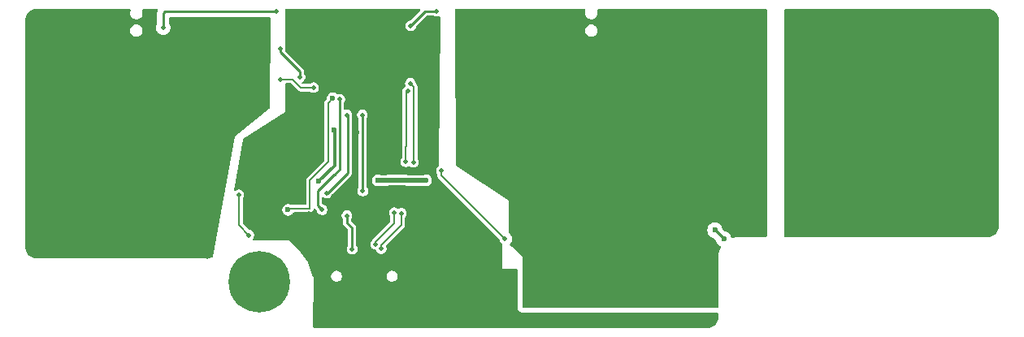
<source format=gbr>
%TF.GenerationSoftware,KiCad,Pcbnew,9.0.1*%
%TF.CreationDate,2025-09-10T22:35:17+10:00*%
%TF.ProjectId,smart_shunt_v0.0.1,736d6172-745f-4736-9875-6e745f76302e,v0.0.4*%
%TF.SameCoordinates,Original*%
%TF.FileFunction,Copper,L2,Bot*%
%TF.FilePolarity,Positive*%
%FSLAX46Y46*%
G04 Gerber Fmt 4.6, Leading zero omitted, Abs format (unit mm)*
G04 Created by KiCad (PCBNEW 9.0.1) date 2025-09-10 22:35:17*
%MOMM*%
%LPD*%
G01*
G04 APERTURE LIST*
%TA.AperFunction,ComponentPad*%
%ADD10C,2.000000*%
%TD*%
%TA.AperFunction,ComponentPad*%
%ADD11O,18.000000X18.500000*%
%TD*%
%TA.AperFunction,ComponentPad*%
%ADD12C,0.800000*%
%TD*%
%TA.AperFunction,ComponentPad*%
%ADD13C,6.400000*%
%TD*%
%TA.AperFunction,ComponentPad*%
%ADD14O,17.000000X17.500000*%
%TD*%
%TA.AperFunction,ViaPad*%
%ADD15C,0.600000*%
%TD*%
%TA.AperFunction,ViaPad*%
%ADD16C,0.500000*%
%TD*%
%TA.AperFunction,ViaPad*%
%ADD17C,1.000000*%
%TD*%
%TA.AperFunction,Conductor*%
%ADD18C,0.500000*%
%TD*%
%TA.AperFunction,Conductor*%
%ADD19C,0.300000*%
%TD*%
%TA.AperFunction,Conductor*%
%ADD20C,0.200000*%
%TD*%
%TA.AperFunction,Conductor*%
%ADD21C,0.250000*%
%TD*%
G04 APERTURE END LIST*
D10*
%TO.P,J1,1,Pin_1*%
%TO.N,SHUNT+*%
X173858810Y-81671308D03*
X172108810Y-86171308D03*
X172108810Y-76921308D03*
X167358810Y-88471308D03*
D11*
X167358810Y-81671308D03*
D10*
X167358810Y-74921308D03*
X162858810Y-76921308D03*
X162358811Y-86171308D03*
X160858810Y-81671308D03*
%TD*%
D12*
%TO.P,J5,1,Pin_1*%
%TO.N,GND*%
X156908811Y-96021309D03*
X156205867Y-97718365D03*
X156205867Y-94324253D03*
X154508811Y-98421309D03*
D13*
X154508811Y-96021309D03*
D12*
X154508811Y-93621309D03*
X152811755Y-97718365D03*
X152811755Y-94324253D03*
X152108811Y-96021309D03*
%TD*%
D10*
%TO.P,J2,1,Pin_1*%
%TO.N,SHUNT-*%
X126358811Y-81671308D03*
X124608811Y-86171308D03*
X124608811Y-76921308D03*
X119858811Y-88471308D03*
D11*
X119858811Y-81671308D03*
D10*
X119858811Y-74921308D03*
X115358811Y-76921308D03*
X114858812Y-86171308D03*
X113358811Y-81671308D03*
%TD*%
D12*
%TO.P,J3,1,Pin_1*%
%TO.N,Net-(J3-Pin_1)*%
X135108810Y-95971308D03*
X134405866Y-97668364D03*
X134405866Y-94274252D03*
X132708810Y-98371308D03*
D13*
X132708810Y-95971308D03*
D12*
X132708810Y-93571308D03*
X131011754Y-97668364D03*
X131011754Y-94274252D03*
X130308810Y-95971308D03*
%TD*%
D10*
%TO.P,J6,1,Pin_1*%
%TO.N,Net-(J6-Pin_1)*%
X194500000Y-79400000D03*
X196250000Y-74900000D03*
X196250000Y-84150000D03*
X201000000Y-72600000D03*
D14*
X201000000Y-79400000D03*
D10*
X201000000Y-86150000D03*
X205500000Y-84150000D03*
X206000000Y-74900000D03*
X207500000Y-79400000D03*
%TD*%
D15*
%TO.N,SHUNT+*%
X150100000Y-85385348D03*
X145073414Y-85385656D03*
D16*
%TO.N,USBD-*%
X144833811Y-92071309D03*
X148000000Y-83471308D03*
X146798926Y-88753375D03*
X148208810Y-76071308D03*
%TO.N,USBD+*%
X148800000Y-83500000D03*
X145418597Y-92527993D03*
X148458811Y-75271309D03*
X147508811Y-88821308D03*
%TO.N,LED*%
X143508810Y-86521309D03*
X143458811Y-78571308D03*
%TO.N,Net-(U1-EN{slash}CHIP_PU)*%
X136958811Y-74621308D03*
X134908811Y-71671307D03*
%TO.N,Net-(U1-GPIO9)*%
X148508809Y-69271309D03*
X151208811Y-67771297D03*
D15*
%TO.N,ALERT*%
X135719458Y-88471308D03*
X140363077Y-76841408D03*
D16*
%TO.N,SCL*%
X139758811Y-86721308D03*
X141858810Y-78571308D03*
%TO.N,SDA*%
X139274664Y-88468636D03*
X141108811Y-76921306D03*
%TO.N,GND*%
X146558811Y-69871308D03*
X131900000Y-90200000D03*
X146508811Y-73821309D03*
X173599000Y-99501579D03*
X142458810Y-71921309D03*
X150600000Y-77500000D03*
X144408811Y-71871308D03*
D15*
X137353023Y-81765519D03*
X143008811Y-99901309D03*
D16*
X134508811Y-67771308D03*
D15*
X146508811Y-96821309D03*
D16*
X133908811Y-87771309D03*
D15*
X143847013Y-92071993D03*
X136058811Y-81671307D03*
X138144631Y-81785487D03*
D16*
X140358811Y-73871308D03*
D15*
X144758811Y-96821309D03*
X142883811Y-80396309D03*
D16*
X142458810Y-73821309D03*
X146608811Y-71971309D03*
X136631651Y-85375036D03*
X137858811Y-89471309D03*
X122708811Y-69471309D03*
X140658811Y-70171308D03*
X151000000Y-68700000D03*
X144464473Y-73821308D03*
X133058811Y-86571309D03*
D15*
X144758811Y-99901309D03*
X143008811Y-98321309D03*
X146488811Y-99901308D03*
D16*
X144408811Y-69771309D03*
X140358811Y-71921309D03*
D15*
X140758811Y-98321309D03*
D16*
X137858811Y-88871309D03*
D15*
X146508811Y-98321309D03*
X144758811Y-98321309D03*
X140758811Y-96821309D03*
X140758811Y-99901309D03*
X139008810Y-81646309D03*
D16*
X142458810Y-69821308D03*
D15*
X143008811Y-96821309D03*
D16*
%TO.N,Net-(D1-A)*%
X141858811Y-89071309D03*
X142408811Y-92571309D03*
D15*
%TO.N,Net-(U5-VFB)*%
X138922782Y-85510280D03*
X140483811Y-80121307D03*
D16*
%TO.N,SHUNT+*%
X155600000Y-75600000D03*
X173600000Y-73600000D03*
X165600000Y-93600000D03*
X173600000Y-68600000D03*
X157600000Y-78600000D03*
X163600000Y-90600000D03*
X174600000Y-71600000D03*
X155600000Y-76600000D03*
X175600000Y-88600000D03*
X164600000Y-91600000D03*
X172600000Y-70600000D03*
X166600000Y-98100000D03*
D17*
X179299999Y-81800002D03*
D16*
X167600000Y-98100000D03*
X163600000Y-71600000D03*
X163600000Y-91600000D03*
X159600000Y-69600000D03*
X165600000Y-95600000D03*
X161600000Y-90600000D03*
D17*
X183300000Y-76300000D03*
D16*
X168600000Y-93600000D03*
X176600000Y-90600000D03*
X173600000Y-93600000D03*
X161600000Y-71600000D03*
X158600000Y-86600000D03*
D17*
X183299999Y-85800001D03*
D16*
X175600000Y-91600000D03*
X155600000Y-73600000D03*
X162600000Y-92600000D03*
X164600000Y-71600000D03*
X168600000Y-91600000D03*
X176600000Y-89600000D03*
D17*
X181299999Y-83800002D03*
D16*
X156600000Y-85600000D03*
X175600000Y-74600000D03*
X155600000Y-69600000D03*
D17*
X183300000Y-72300000D03*
D16*
X158600000Y-75600000D03*
X157600000Y-74600000D03*
X160600000Y-70600000D03*
X175600000Y-90600000D03*
X170600000Y-93600000D03*
X161600000Y-89600000D03*
X167600000Y-92600000D03*
D17*
X179299999Y-76300001D03*
D16*
X169600000Y-70600000D03*
X170600000Y-92600000D03*
X154300000Y-78600000D03*
X158600000Y-70600000D03*
D17*
X181299999Y-70300001D03*
D16*
X159600000Y-73600000D03*
X155600000Y-78600000D03*
X166600000Y-92600000D03*
X154300000Y-77600000D03*
X164600000Y-70600000D03*
X173600000Y-90600000D03*
D17*
X179299999Y-87800001D03*
D16*
X156600000Y-69600000D03*
X167700000Y-71600000D03*
X174600000Y-90600000D03*
X157600000Y-81600000D03*
X172600000Y-73600000D03*
X159600000Y-74600000D03*
X155600000Y-72600000D03*
X156600000Y-82600000D03*
X156600000Y-84600000D03*
X168600000Y-92600000D03*
D17*
X179299999Y-83800001D03*
X181299999Y-87800001D03*
D16*
X165600000Y-70600000D03*
X166600000Y-71600000D03*
X180000000Y-97000000D03*
D17*
X183299999Y-74300001D03*
D16*
X157600000Y-72600000D03*
X168700000Y-71600000D03*
X155600000Y-70600000D03*
X155600000Y-77600000D03*
X160600000Y-90600000D03*
X174600000Y-69600000D03*
X178600000Y-93600000D03*
X174600000Y-70600000D03*
D17*
X183300000Y-70300001D03*
D16*
X156600000Y-76600000D03*
D17*
X181300000Y-74300000D03*
D16*
X157600000Y-70600000D03*
D17*
X181299999Y-76300001D03*
D16*
X155600000Y-79600000D03*
X163600000Y-72600000D03*
X158600000Y-74600000D03*
X160600000Y-69600000D03*
X154300000Y-70600000D03*
X161600000Y-91600000D03*
X165600000Y-91600000D03*
X154300000Y-81600000D03*
X158600000Y-73600000D03*
X166600000Y-93600000D03*
X160600000Y-73600000D03*
X167600000Y-93600000D03*
X160600000Y-91600000D03*
X165600000Y-94600000D03*
X155600000Y-82600000D03*
X162600000Y-71600000D03*
D17*
X179299999Y-72299999D03*
D16*
X175600000Y-89600000D03*
X155600000Y-83600000D03*
X163600000Y-70600000D03*
X178600000Y-91600000D03*
X156600000Y-73600000D03*
D17*
X181299999Y-72300002D03*
D16*
X177600000Y-93600000D03*
X165600000Y-98100000D03*
X175600000Y-72600000D03*
X175600000Y-70600000D03*
X159600000Y-72600000D03*
X154300000Y-80600000D03*
X154300000Y-76600000D03*
X175600000Y-93600000D03*
X171600000Y-98100000D03*
X155600000Y-81600000D03*
X174600000Y-91600000D03*
X157600000Y-73600000D03*
X173600000Y-72600000D03*
X154300000Y-71600000D03*
X177600000Y-90600000D03*
X157600000Y-82600000D03*
D17*
X181299999Y-81800001D03*
D16*
X162600000Y-90600000D03*
X154300000Y-73600000D03*
X156600000Y-70600000D03*
X156600000Y-78600000D03*
X156600000Y-74600000D03*
X175600000Y-92600000D03*
X154300000Y-72600000D03*
X157600000Y-69600000D03*
X160600000Y-92600000D03*
X176600000Y-93600000D03*
X178600000Y-92600000D03*
X159600000Y-70600000D03*
X160600000Y-89600000D03*
X155600000Y-74600000D03*
X173600000Y-69600000D03*
X177600000Y-91600000D03*
X156600000Y-72600000D03*
X172600000Y-69600000D03*
X159600000Y-71600000D03*
X174600000Y-93600000D03*
X171600000Y-71600000D03*
X161600000Y-73600000D03*
X174600000Y-68600000D03*
X176600000Y-87600000D03*
X161600000Y-70600000D03*
X176600000Y-88600000D03*
X172600000Y-93600000D03*
D17*
X179299999Y-74300001D03*
D16*
X176600000Y-91600000D03*
X157600000Y-75600000D03*
X157600000Y-85600000D03*
X165600000Y-96600000D03*
D17*
X179299999Y-85800001D03*
D16*
X157600000Y-77600000D03*
X174600000Y-88600000D03*
X172600000Y-71600000D03*
X157600000Y-84600000D03*
X158600000Y-69600000D03*
X169600000Y-98100000D03*
X169600000Y-93600000D03*
D17*
X183299999Y-83800001D03*
D16*
X171600000Y-72600000D03*
X156600000Y-83600000D03*
X154300000Y-75600000D03*
X155600000Y-84600000D03*
X157600000Y-79600000D03*
X159600000Y-75600000D03*
X158600000Y-76600000D03*
X175600000Y-87600000D03*
X163600000Y-69600000D03*
X167600000Y-91600000D03*
X156600000Y-81600000D03*
X166600000Y-91600000D03*
D17*
X179299999Y-70300002D03*
D16*
X162600000Y-69600000D03*
X169700000Y-71600000D03*
X173600000Y-89600000D03*
X158600000Y-85600000D03*
X168599999Y-98100000D03*
X175600000Y-73600000D03*
X173600000Y-70600000D03*
X171600000Y-90600000D03*
X170700000Y-72600000D03*
X175600000Y-68600000D03*
X154300000Y-82600000D03*
X169600000Y-92600000D03*
X157600000Y-76600000D03*
X174600000Y-89600000D03*
X171600000Y-91600000D03*
X154300000Y-69600000D03*
X172600000Y-92600000D03*
X174600000Y-74600000D03*
X162600000Y-70600000D03*
X156600000Y-79600000D03*
X169600000Y-91600000D03*
X156600000Y-71600000D03*
X176600000Y-92600000D03*
X170700000Y-71600000D03*
X156600000Y-80600000D03*
X172600000Y-68600000D03*
X164600000Y-92600000D03*
X170600000Y-98100000D03*
X173600000Y-91600000D03*
X180000000Y-98100000D03*
X157600000Y-80600000D03*
X161600000Y-69600000D03*
X173600000Y-71600000D03*
X160600000Y-71600000D03*
X165600000Y-71600000D03*
D17*
X181300000Y-85800000D03*
D16*
X173600000Y-92600000D03*
X171600000Y-93600000D03*
X154300000Y-74600000D03*
X162600000Y-72600000D03*
X161600000Y-92600000D03*
X172600000Y-90600000D03*
X174600000Y-92600000D03*
X156600000Y-77600000D03*
X171600000Y-70600000D03*
X158600000Y-71600000D03*
X160600000Y-74600000D03*
X157600000Y-83600000D03*
X162600000Y-91600000D03*
X154300000Y-79600000D03*
D17*
X183300000Y-81800001D03*
D16*
X155600000Y-80600000D03*
X171600000Y-92600000D03*
X175600000Y-69600000D03*
X170600000Y-91600000D03*
X157600000Y-71600000D03*
X165600000Y-92600000D03*
X177600000Y-92600000D03*
X163600000Y-92600000D03*
X158600000Y-72600000D03*
X155600000Y-71600000D03*
X154300000Y-83600000D03*
D17*
X183300000Y-87800000D03*
D16*
X178600000Y-90600000D03*
X160600000Y-72600000D03*
X161600000Y-72600000D03*
X156600000Y-75600000D03*
X175600000Y-71600000D03*
X172600000Y-72600000D03*
X174600000Y-72600000D03*
X172600000Y-91600000D03*
X174600000Y-73600000D03*
%TO.N,Net-(J6-Pin_1)*%
X191500000Y-85600000D03*
X195600000Y-71600000D03*
X193600000Y-71600000D03*
X194600000Y-88600000D03*
X206600000Y-86600000D03*
X208600000Y-71600000D03*
D15*
X181109620Y-91509620D03*
D16*
X191500000Y-78000000D03*
X197600000Y-70600000D03*
X207600000Y-85600000D03*
X193600000Y-69600000D03*
X196600000Y-89600000D03*
X204600000Y-88600000D03*
X193600000Y-68600000D03*
X199600000Y-88600000D03*
X196600000Y-87600000D03*
X206600000Y-87600000D03*
X204600000Y-70600000D03*
X208600000Y-68600000D03*
X193600000Y-70600000D03*
X208600000Y-89600000D03*
X192600000Y-74600000D03*
X207600000Y-89600000D03*
X206600000Y-89600000D03*
X191500000Y-79000000D03*
X203600000Y-89600000D03*
X197600000Y-89600000D03*
X193600000Y-85600000D03*
X191500000Y-82600000D03*
X200600000Y-88600000D03*
X192600000Y-72600000D03*
X191500000Y-80000000D03*
X192600000Y-70600000D03*
X196600000Y-88600000D03*
X206600000Y-70600000D03*
X191500000Y-86600000D03*
X193600000Y-86600000D03*
X194600000Y-89600000D03*
X191600000Y-69600000D03*
X191500000Y-87600000D03*
X194600000Y-71600000D03*
X208600000Y-85600000D03*
X192600000Y-87600000D03*
X202600000Y-88600000D03*
X207600000Y-69600000D03*
X201600000Y-88600000D03*
X208600000Y-73600000D03*
X195600000Y-88600000D03*
X191600000Y-70600000D03*
X191600000Y-68600000D03*
X193600000Y-73600000D03*
X200600000Y-89600000D03*
X192600000Y-75600000D03*
D15*
X188800000Y-90600000D03*
D16*
X192600000Y-69600000D03*
X197600000Y-88600000D03*
X191500000Y-77000000D03*
X191600000Y-72600000D03*
X203600000Y-70600000D03*
X193600000Y-89600000D03*
X191500000Y-76000000D03*
X192600000Y-73600000D03*
X207600000Y-71600000D03*
X207600000Y-87600000D03*
X208600000Y-69600000D03*
X198600000Y-89600000D03*
X192600000Y-84600000D03*
X192600000Y-86600000D03*
X193600000Y-87600000D03*
X205600000Y-87600000D03*
X193600000Y-72600000D03*
X195600000Y-70600000D03*
X192600000Y-68600000D03*
X191600000Y-74600000D03*
X191500000Y-88600000D03*
X192600000Y-83600000D03*
X208600000Y-88600000D03*
X192600000Y-88600000D03*
X191600000Y-71600000D03*
X205600000Y-88600000D03*
X201600000Y-89600000D03*
X206600000Y-88600000D03*
D15*
X180190380Y-90590380D03*
D16*
X208600000Y-87600000D03*
X208600000Y-86600000D03*
X191600000Y-73600000D03*
X192600000Y-85600000D03*
X191500000Y-84600000D03*
X203600000Y-88600000D03*
X207600000Y-86600000D03*
X207600000Y-72600000D03*
X195600000Y-89600000D03*
X208600000Y-84600000D03*
X206600000Y-71600000D03*
X198600000Y-88600000D03*
X195600000Y-87600000D03*
X191500000Y-81000000D03*
X196600000Y-70600000D03*
X194600000Y-86600000D03*
X192600000Y-89600000D03*
X204600000Y-89600000D03*
X207600000Y-70600000D03*
X194600000Y-87600000D03*
X202600000Y-89600000D03*
X208600000Y-72600000D03*
X208600000Y-70600000D03*
X205600000Y-70600000D03*
X207600000Y-68600000D03*
X205600000Y-89600000D03*
X199600000Y-89600000D03*
X192600000Y-71600000D03*
X193600000Y-88600000D03*
X194600000Y-70600000D03*
X207600000Y-88600000D03*
X191500000Y-83600000D03*
%TO.N,LD_DISC*%
X151700000Y-84400000D03*
X158300000Y-91500000D03*
%TO.N,Net-(U1-GPIO3{slash}ADC1_CH3)*%
X138384224Y-75724592D03*
X131650000Y-91100000D03*
X134888537Y-74845274D03*
X130583810Y-86900000D03*
%TD*%
D18*
%TO.N,SHUNT+*%
X146118199Y-85381801D02*
X148090612Y-85381801D01*
X145073414Y-85385656D02*
X146114344Y-85385656D01*
X146114344Y-85385656D02*
X146118199Y-85381801D01*
X150100000Y-85385348D02*
X148094159Y-85385348D01*
D19*
X148094159Y-85385348D02*
X148090612Y-85381801D01*
D20*
%TO.N,LD_DISC*%
X151700000Y-84400000D02*
X151700000Y-84900000D01*
X151700000Y-84900000D02*
X158300000Y-91500000D01*
%TO.N,USBD-*%
X148000000Y-83471308D02*
X148000000Y-81880119D01*
X148000000Y-81880119D02*
X148008810Y-81871309D01*
X148008810Y-81871309D02*
X148008810Y-76271309D01*
X148008810Y-76271309D02*
X148208810Y-76071308D01*
%TO.N,USBD+*%
X148808811Y-82171309D02*
X148808811Y-75621309D01*
X148800000Y-83500000D02*
X148800000Y-82180120D01*
X148800000Y-82180120D02*
X148808811Y-82171309D01*
X148808811Y-75621309D02*
X148458811Y-75271309D01*
%TO.N,USBD-*%
X146783811Y-88768490D02*
X146798926Y-88753375D01*
X146783811Y-89896309D02*
X146783811Y-88768490D01*
X144833811Y-91846309D02*
X146783811Y-89896309D01*
X144833811Y-92071309D02*
X144833811Y-91846309D01*
%TO.N,USBD+*%
X145418597Y-92527993D02*
X145418597Y-92150731D01*
X147508811Y-90060517D02*
X147508811Y-88821308D01*
X145418597Y-92150731D02*
X147508811Y-90060517D01*
D21*
%TO.N,LED*%
X143508811Y-78621309D02*
X143508810Y-86521309D01*
X143458811Y-78571308D02*
X143508811Y-78621309D01*
%TO.N,Net-(U1-EN{slash}CHIP_PU)*%
X136958811Y-74049236D02*
X134908811Y-71999236D01*
X136958811Y-74621308D02*
X136958811Y-74049236D01*
X134908811Y-71999236D02*
X134908811Y-71671307D01*
%TO.N,Net-(U1-GPIO9)*%
X150008820Y-67771296D02*
X148508809Y-69271309D01*
X151208811Y-67771297D02*
X150008820Y-67771296D01*
D20*
%TO.N,ALERT*%
X135870457Y-88320308D02*
X135719458Y-88471308D01*
X139882811Y-77321675D02*
X139882810Y-83420308D01*
X140363077Y-76841408D02*
X139882811Y-77321675D01*
X139882810Y-83420308D02*
X139908811Y-83446309D01*
X138008811Y-85346309D02*
X138008811Y-88320308D01*
X139908811Y-83446309D02*
X138008811Y-85346309D01*
X138008811Y-88320308D02*
X135870457Y-88320308D01*
D21*
%TO.N,SCL*%
X141908811Y-84621309D02*
X139808811Y-86721309D01*
X141908811Y-78621309D02*
X141908811Y-84621309D01*
X141858810Y-78571308D02*
X141908811Y-78621309D01*
X139808811Y-86721309D02*
X139758811Y-86721308D01*
%TO.N,SDA*%
X140558811Y-84771309D02*
X140545637Y-84771308D01*
X138808811Y-88002784D02*
X139274664Y-88468636D01*
X140545637Y-84771308D02*
X138808811Y-86508136D01*
X141108811Y-76921306D02*
X141108811Y-84221309D01*
X138808811Y-86508136D02*
X138808811Y-88002784D01*
X141108811Y-84221309D02*
X140558811Y-84771309D01*
%TO.N,GND*%
X122908811Y-67771309D02*
X122708811Y-67971309D01*
X122708811Y-67971309D02*
X122708811Y-69471309D01*
X134508811Y-67771308D02*
X122908811Y-67771309D01*
%TO.N,Net-(D1-A)*%
X142408811Y-90371307D02*
X141858811Y-89821309D01*
X142408811Y-92571309D02*
X142408811Y-90371307D01*
X141858811Y-89821309D02*
X141858811Y-89071309D01*
D19*
%TO.N,Net-(U5-VFB)*%
X140558810Y-80196306D02*
X140558811Y-83874251D01*
X140558811Y-83874251D02*
X138922782Y-85510280D01*
X140483811Y-80121307D02*
X140558810Y-80196306D01*
%TO.N,Net-(J6-Pin_1)*%
X180190380Y-90590380D02*
X181109620Y-91509620D01*
D20*
%TO.N,Net-(U1-GPIO3{slash}ADC1_CH3)*%
X136196090Y-74845274D02*
X137075408Y-75724592D01*
X130583810Y-86900000D02*
X130583810Y-90033810D01*
X137075408Y-75724592D02*
X138384224Y-75724592D01*
X130583810Y-90033810D02*
X131650000Y-91100000D01*
X134888537Y-74845274D02*
X136196090Y-74845274D01*
%TD*%
%TA.AperFunction,Conductor*%
%TO.N,Net-(J6-Pin_1)*%
G36*
X208605395Y-67522283D02*
G01*
X208788798Y-67538328D01*
X208810082Y-67542081D01*
X208869383Y-67557970D01*
X208982676Y-67588327D01*
X209002977Y-67595716D01*
X209112213Y-67646654D01*
X209164912Y-67671228D01*
X209183631Y-67682035D01*
X209329993Y-67784519D01*
X209346550Y-67798412D01*
X209472897Y-67924761D01*
X209486782Y-67941309D01*
X209588827Y-68087045D01*
X209589267Y-68087674D01*
X209600074Y-68106393D01*
X209675582Y-68268322D01*
X209682975Y-68288633D01*
X209729219Y-68461221D01*
X209732972Y-68482508D01*
X209749016Y-68665910D01*
X209749488Y-68676716D01*
X209749488Y-68747180D01*
X209749490Y-68747205D01*
X209749501Y-90084108D01*
X209749501Y-90144586D01*
X209749029Y-90155394D01*
X209732982Y-90338801D01*
X209729229Y-90360086D01*
X209682985Y-90532672D01*
X209675592Y-90552984D01*
X209600082Y-90714916D01*
X209589275Y-90733634D01*
X209486788Y-90880001D01*
X209472894Y-90896559D01*
X209346559Y-91022894D01*
X209330001Y-91036788D01*
X209183634Y-91139275D01*
X209164916Y-91150082D01*
X209002984Y-91225592D01*
X208982672Y-91232985D01*
X208810086Y-91279229D01*
X208788800Y-91282982D01*
X208605435Y-91299024D01*
X208594580Y-91299496D01*
X187523952Y-91291363D01*
X187456920Y-91271653D01*
X187411186Y-91218831D01*
X187400000Y-91167363D01*
X187400000Y-67646654D01*
X187419685Y-67579615D01*
X187472489Y-67533860D01*
X187523994Y-67522654D01*
X208541283Y-67521811D01*
X208594588Y-67521811D01*
X208605395Y-67522283D01*
G37*
%TD.AperFunction*%
%TD*%
%TA.AperFunction,Conductor*%
%TO.N,SHUNT+*%
G36*
X185551846Y-67542416D02*
G01*
X185597603Y-67595218D01*
X185608811Y-67646734D01*
X185608811Y-91166576D01*
X185589126Y-91233615D01*
X185536322Y-91279370D01*
X185484763Y-91290576D01*
X182768258Y-91289528D01*
X182768258Y-91289527D01*
X182760249Y-91289524D01*
X182760165Y-91289502D01*
X182694273Y-91289500D01*
X182694271Y-91289499D01*
X182621073Y-91289472D01*
X182619987Y-91289542D01*
X182564198Y-91289541D01*
X182564192Y-91289541D01*
X182564191Y-91289541D01*
X182564187Y-91289541D01*
X182305936Y-91320890D01*
X182305930Y-91320891D01*
X182305926Y-91320891D01*
X182305925Y-91320892D01*
X182053320Y-91383146D01*
X182053316Y-91383147D01*
X182053314Y-91383147D01*
X182048342Y-91385033D01*
X181978678Y-91390391D01*
X181917176Y-91357235D01*
X181883363Y-91296093D01*
X181882777Y-91293320D01*
X181879357Y-91276123D01*
X181852867Y-91212169D01*
X181819017Y-91130447D01*
X181819010Y-91130434D01*
X181731409Y-90999331D01*
X181731406Y-90999327D01*
X181619912Y-90887833D01*
X181619908Y-90887830D01*
X181488805Y-90800229D01*
X181488792Y-90800222D01*
X181343121Y-90739884D01*
X181343109Y-90739881D01*
X181276040Y-90726540D01*
X181214129Y-90694155D01*
X181212550Y-90692604D01*
X181007395Y-90487449D01*
X180973910Y-90426126D01*
X180973473Y-90424032D01*
X180960117Y-90356883D01*
X180935979Y-90298610D01*
X180899777Y-90211207D01*
X180899770Y-90211194D01*
X180812169Y-90080091D01*
X180812166Y-90080087D01*
X180700672Y-89968593D01*
X180700668Y-89968590D01*
X180569565Y-89880989D01*
X180569552Y-89880982D01*
X180423881Y-89820644D01*
X180423869Y-89820641D01*
X180269225Y-89789880D01*
X180269222Y-89789880D01*
X180111538Y-89789880D01*
X180111535Y-89789880D01*
X179956890Y-89820641D01*
X179956878Y-89820644D01*
X179811207Y-89880982D01*
X179811194Y-89880989D01*
X179680091Y-89968590D01*
X179680087Y-89968593D01*
X179568593Y-90080087D01*
X179568590Y-90080091D01*
X179480989Y-90211194D01*
X179480982Y-90211207D01*
X179420644Y-90356878D01*
X179420641Y-90356890D01*
X179389880Y-90511533D01*
X179389880Y-90669226D01*
X179420641Y-90823869D01*
X179420644Y-90823881D01*
X179480982Y-90969552D01*
X179480989Y-90969565D01*
X179568590Y-91100668D01*
X179568593Y-91100672D01*
X179680087Y-91212166D01*
X179680091Y-91212169D01*
X179811194Y-91299770D01*
X179811207Y-91299777D01*
X179893065Y-91333683D01*
X179956883Y-91360117D01*
X180023960Y-91373459D01*
X180085870Y-91405843D01*
X180087449Y-91407395D01*
X180292604Y-91612550D01*
X180326089Y-91673873D01*
X180326540Y-91676040D01*
X180339881Y-91743109D01*
X180339884Y-91743121D01*
X180400222Y-91888792D01*
X180400229Y-91888805D01*
X180487830Y-92019908D01*
X180487833Y-92019912D01*
X180599327Y-92131406D01*
X180599331Y-92131409D01*
X180730434Y-92219010D01*
X180730441Y-92219014D01*
X180749519Y-92226916D01*
X180803923Y-92270757D01*
X180825989Y-92337050D01*
X180811864Y-92399104D01*
X180729625Y-92555793D01*
X180674504Y-92701132D01*
X180637368Y-92799050D01*
X180575106Y-93051653D01*
X180543746Y-93309919D01*
X180543746Y-93374313D01*
X180543693Y-93374512D01*
X180543746Y-93439994D01*
X180543746Y-93513460D01*
X180543805Y-93514364D01*
X180547868Y-98547208D01*
X180528238Y-98614263D01*
X180475471Y-98660061D01*
X180423868Y-98671308D01*
X160232811Y-98671308D01*
X160165772Y-98651623D01*
X160120017Y-98598819D01*
X160108811Y-98547308D01*
X160108811Y-93379093D01*
X159044313Y-92337050D01*
X158871102Y-92167493D01*
X158836967Y-92106531D01*
X158841208Y-92036790D01*
X158870162Y-91991204D01*
X158882951Y-91978416D01*
X158965084Y-91855495D01*
X159021658Y-91718913D01*
X159037525Y-91639148D01*
X159050500Y-91573920D01*
X159050500Y-91426079D01*
X159021659Y-91281092D01*
X159021658Y-91281091D01*
X159021658Y-91281087D01*
X159019600Y-91276118D01*
X158965087Y-91144511D01*
X158965080Y-91144498D01*
X158882951Y-91021584D01*
X158882948Y-91021580D01*
X158778419Y-90917051D01*
X158755108Y-90901475D01*
X158710304Y-90847862D01*
X158700000Y-90798373D01*
X158700000Y-87500000D01*
X158699999Y-87499999D01*
X153221071Y-83836610D01*
X153176283Y-83782983D01*
X153165995Y-83734137D01*
X153098213Y-69835378D01*
X166658309Y-69835378D01*
X166683307Y-69961045D01*
X166683309Y-69961051D01*
X166732343Y-70079431D01*
X166732348Y-70079440D01*
X166803533Y-70185975D01*
X166803536Y-70185979D01*
X166894137Y-70276580D01*
X166894141Y-70276583D01*
X167000676Y-70347768D01*
X167000682Y-70347771D01*
X167000683Y-70347772D01*
X167119066Y-70396808D01*
X167119070Y-70396808D01*
X167119071Y-70396809D01*
X167244738Y-70421807D01*
X167244741Y-70421807D01*
X167372881Y-70421807D01*
X167457425Y-70404989D01*
X167498554Y-70396808D01*
X167616937Y-70347772D01*
X167723479Y-70276583D01*
X167814086Y-70185976D01*
X167885275Y-70079434D01*
X167934311Y-69961051D01*
X167959310Y-69835376D01*
X167959310Y-69707238D01*
X167959310Y-69707235D01*
X167934312Y-69581568D01*
X167934311Y-69581567D01*
X167934311Y-69581563D01*
X167885275Y-69463180D01*
X167885274Y-69463179D01*
X167885271Y-69463173D01*
X167814086Y-69356638D01*
X167814083Y-69356634D01*
X167723482Y-69266033D01*
X167723478Y-69266030D01*
X167616943Y-69194845D01*
X167616934Y-69194840D01*
X167498554Y-69145806D01*
X167498548Y-69145804D01*
X167372881Y-69120807D01*
X167372879Y-69120807D01*
X167244741Y-69120807D01*
X167244739Y-69120807D01*
X167119071Y-69145804D01*
X167119065Y-69145806D01*
X167000685Y-69194840D01*
X167000676Y-69194845D01*
X166894141Y-69266030D01*
X166894137Y-69266033D01*
X166803536Y-69356634D01*
X166803533Y-69356638D01*
X166732348Y-69463173D01*
X166732343Y-69463182D01*
X166683309Y-69581562D01*
X166683307Y-69581568D01*
X166658310Y-69707235D01*
X166658310Y-69707238D01*
X166658310Y-69835376D01*
X166658310Y-69835378D01*
X166658309Y-69835378D01*
X153098213Y-69835378D01*
X153087549Y-67648629D01*
X153106906Y-67581500D01*
X153159486Y-67535488D01*
X153211538Y-67524030D01*
X166594267Y-67523493D01*
X166661305Y-67543175D01*
X166707062Y-67595977D01*
X166717009Y-67665135D01*
X166708831Y-67694945D01*
X166683309Y-67756563D01*
X166683308Y-67756566D01*
X166683308Y-67756567D01*
X166683307Y-67756568D01*
X166658310Y-67882235D01*
X166658310Y-67882238D01*
X166658310Y-68010376D01*
X166658310Y-68010378D01*
X166658309Y-68010378D01*
X166683307Y-68136045D01*
X166683309Y-68136051D01*
X166732343Y-68254431D01*
X166732348Y-68254440D01*
X166803533Y-68360975D01*
X166803536Y-68360979D01*
X166894137Y-68451580D01*
X166894141Y-68451583D01*
X167000676Y-68522768D01*
X167000682Y-68522771D01*
X167000683Y-68522772D01*
X167119066Y-68571808D01*
X167119070Y-68571808D01*
X167119071Y-68571809D01*
X167244738Y-68596807D01*
X167244741Y-68596807D01*
X167372881Y-68596807D01*
X167457425Y-68579989D01*
X167498554Y-68571808D01*
X167616937Y-68522772D01*
X167723479Y-68451583D01*
X167814086Y-68360976D01*
X167885275Y-68254434D01*
X167934311Y-68136051D01*
X167959310Y-68010376D01*
X167959310Y-67882238D01*
X167959310Y-67882235D01*
X167934312Y-67756568D01*
X167934311Y-67756567D01*
X167934311Y-67756563D01*
X167908763Y-67694886D01*
X167901295Y-67625420D01*
X167932569Y-67562941D01*
X167992658Y-67527288D01*
X168023317Y-67523436D01*
X185484812Y-67522735D01*
X185551846Y-67542416D01*
G37*
%TD.AperFunction*%
%TD*%
%TA.AperFunction,Conductor*%
%TO.N,SHUNT-*%
G36*
X122056923Y-67532909D02*
G01*
X122083687Y-67537057D01*
X122089950Y-67542605D01*
X122097980Y-67544963D01*
X122115714Y-67565428D01*
X122135988Y-67583387D01*
X122138257Y-67591442D01*
X122143737Y-67597765D01*
X122147592Y-67624568D01*
X122154938Y-67650638D01*
X122153072Y-67662673D01*
X122153684Y-67666923D01*
X122150765Y-67677560D01*
X122149533Y-67685515D01*
X122147788Y-67691222D01*
X122107348Y-67788858D01*
X122088774Y-67882240D01*
X122087562Y-67888328D01*
X122087559Y-67888341D01*
X122083311Y-67909700D01*
X122083311Y-69018957D01*
X122063626Y-69085996D01*
X122062414Y-69087847D01*
X122043724Y-69115817D01*
X121987154Y-69252391D01*
X121987151Y-69252401D01*
X121958311Y-69397388D01*
X121958311Y-69397391D01*
X121958311Y-69545227D01*
X121958311Y-69545229D01*
X121958310Y-69545229D01*
X121987151Y-69690216D01*
X121987154Y-69690226D01*
X122043723Y-69826797D01*
X122043730Y-69826810D01*
X122125859Y-69949724D01*
X122125862Y-69949728D01*
X122230391Y-70054257D01*
X122230395Y-70054260D01*
X122353309Y-70136389D01*
X122353322Y-70136396D01*
X122473025Y-70185978D01*
X122489898Y-70192967D01*
X122489902Y-70192967D01*
X122489903Y-70192968D01*
X122634890Y-70221809D01*
X122634893Y-70221809D01*
X122782731Y-70221809D01*
X122880273Y-70202405D01*
X122927724Y-70192967D01*
X123064306Y-70136393D01*
X123187227Y-70054260D01*
X123291762Y-69949725D01*
X123373895Y-69826804D01*
X123430469Y-69690222D01*
X123459311Y-69545227D01*
X123459311Y-69397391D01*
X123459311Y-69397388D01*
X123430470Y-69252401D01*
X123430469Y-69252400D01*
X123430469Y-69252396D01*
X123430467Y-69252391D01*
X123373897Y-69115817D01*
X123355208Y-69087847D01*
X123334331Y-69021170D01*
X123334311Y-69018957D01*
X123334311Y-68520808D01*
X123353996Y-68453769D01*
X123406800Y-68408014D01*
X123458311Y-68396808D01*
X133795852Y-68396808D01*
X133862891Y-68416493D01*
X133908646Y-68469297D01*
X133919842Y-68522393D01*
X133800745Y-77841636D01*
X133780205Y-77908418D01*
X133754544Y-77936616D01*
X130199999Y-80800000D01*
X127913856Y-93324087D01*
X127882453Y-93386502D01*
X127825773Y-93421096D01*
X127354523Y-93555038D01*
X127290959Y-93556162D01*
X127188123Y-93530826D01*
X127188121Y-93530825D01*
X127188118Y-93530825D01*
X126930004Y-93499497D01*
X126930001Y-93499497D01*
X126800000Y-93499500D01*
X109505413Y-93499500D01*
X109494605Y-93499028D01*
X109311198Y-93482981D01*
X109289913Y-93479228D01*
X109117327Y-93432984D01*
X109097015Y-93425591D01*
X108935081Y-93350080D01*
X108916363Y-93339273D01*
X108770004Y-93236792D01*
X108753446Y-93222898D01*
X108627103Y-93096555D01*
X108613209Y-93079997D01*
X108510725Y-92933633D01*
X108499918Y-92914915D01*
X108424408Y-92752985D01*
X108417015Y-92732674D01*
X108387376Y-92622061D01*
X108370769Y-92560081D01*
X108367017Y-92538799D01*
X108350971Y-92355397D01*
X108350500Y-92344602D01*
X108352870Y-69835380D01*
X119258310Y-69835380D01*
X119283308Y-69961047D01*
X119283310Y-69961053D01*
X119332344Y-70079433D01*
X119332349Y-70079442D01*
X119403534Y-70185977D01*
X119403537Y-70185981D01*
X119494138Y-70276582D01*
X119494142Y-70276585D01*
X119600677Y-70347770D01*
X119600683Y-70347773D01*
X119600684Y-70347774D01*
X119719067Y-70396810D01*
X119719071Y-70396810D01*
X119719072Y-70396811D01*
X119844739Y-70421809D01*
X119844742Y-70421809D01*
X119972882Y-70421809D01*
X120057426Y-70404991D01*
X120098555Y-70396810D01*
X120216938Y-70347774D01*
X120323480Y-70276585D01*
X120414087Y-70185978D01*
X120485276Y-70079436D01*
X120534312Y-69961053D01*
X120559311Y-69835378D01*
X120559311Y-69707240D01*
X120559311Y-69707237D01*
X120534313Y-69581570D01*
X120534312Y-69581569D01*
X120534312Y-69581565D01*
X120485276Y-69463182D01*
X120485275Y-69463181D01*
X120485272Y-69463175D01*
X120414087Y-69356640D01*
X120414084Y-69356636D01*
X120323483Y-69266035D01*
X120323479Y-69266032D01*
X120216944Y-69194847D01*
X120216935Y-69194842D01*
X120098555Y-69145808D01*
X120098549Y-69145806D01*
X119972882Y-69120809D01*
X119972880Y-69120809D01*
X119844742Y-69120809D01*
X119844740Y-69120809D01*
X119719072Y-69145806D01*
X119719066Y-69145808D01*
X119600686Y-69194842D01*
X119600677Y-69194847D01*
X119494142Y-69266032D01*
X119494138Y-69266035D01*
X119403537Y-69356636D01*
X119403534Y-69356640D01*
X119332349Y-69463175D01*
X119332344Y-69463184D01*
X119283310Y-69581564D01*
X119283308Y-69581570D01*
X119258311Y-69707237D01*
X119258311Y-69707240D01*
X119258311Y-69835378D01*
X119258311Y-69835380D01*
X119258310Y-69835380D01*
X108352870Y-69835380D01*
X108352992Y-68679392D01*
X108353464Y-68668607D01*
X108359747Y-68596809D01*
X108369399Y-68486486D01*
X108373152Y-68465203D01*
X108401079Y-68360981D01*
X108419400Y-68292606D01*
X108426786Y-68272312D01*
X108502305Y-68110364D01*
X108513109Y-68091654D01*
X108615594Y-67945290D01*
X108629482Y-67928737D01*
X108755835Y-67802383D01*
X108772387Y-67788496D01*
X108902498Y-67697390D01*
X108918753Y-67686008D01*
X108937457Y-67675208D01*
X109099406Y-67599689D01*
X109119703Y-67592301D01*
X109292303Y-67546052D01*
X109313581Y-67542300D01*
X109496960Y-67526254D01*
X109507735Y-67525783D01*
X109516732Y-67525783D01*
X109568278Y-67525783D01*
X109568282Y-67525781D01*
X119193481Y-67525394D01*
X119260519Y-67545076D01*
X119306276Y-67597878D01*
X119316223Y-67667036D01*
X119308046Y-67696845D01*
X119283310Y-67756565D01*
X119283308Y-67756570D01*
X119258311Y-67882237D01*
X119258311Y-67882240D01*
X119258311Y-68010378D01*
X119258311Y-68010380D01*
X119258310Y-68010380D01*
X119283308Y-68136047D01*
X119283310Y-68136053D01*
X119332344Y-68254433D01*
X119332349Y-68254442D01*
X119403534Y-68360977D01*
X119403537Y-68360981D01*
X119494138Y-68451582D01*
X119494142Y-68451585D01*
X119600677Y-68522770D01*
X119600683Y-68522773D01*
X119600684Y-68522774D01*
X119719067Y-68571810D01*
X119719071Y-68571810D01*
X119719072Y-68571811D01*
X119844739Y-68596809D01*
X119844742Y-68596809D01*
X119972882Y-68596809D01*
X120057426Y-68579991D01*
X120098555Y-68571810D01*
X120216938Y-68522774D01*
X120323480Y-68451585D01*
X120414087Y-68360978D01*
X120485276Y-68254436D01*
X120534312Y-68136053D01*
X120559311Y-68010378D01*
X120559311Y-67882240D01*
X120559311Y-67882237D01*
X120534313Y-67756570D01*
X120534312Y-67756569D01*
X120534312Y-67756565D01*
X120509551Y-67696789D01*
X120502083Y-67627321D01*
X120533358Y-67564841D01*
X120593447Y-67529189D01*
X120624104Y-67525337D01*
X122030941Y-67525281D01*
X122056923Y-67532909D01*
G37*
%TD.AperFunction*%
%TD*%
%TA.AperFunction,Conductor*%
%TO.N,GND*%
G36*
X149473365Y-67543087D02*
G01*
X149509330Y-67592586D01*
X149509333Y-67653771D01*
X149485181Y-67693185D01*
X148484088Y-68694281D01*
X148439708Y-68719904D01*
X148296324Y-68758324D01*
X148296320Y-68758326D01*
X148170798Y-68830796D01*
X148068296Y-68933298D01*
X147995826Y-69058819D01*
X147958309Y-69198834D01*
X147958309Y-69343783D01*
X147995826Y-69483798D01*
X148068296Y-69609319D01*
X148068298Y-69609321D01*
X148068300Y-69609324D01*
X148170794Y-69711818D01*
X148170796Y-69711819D01*
X148170798Y-69711821D01*
X148296320Y-69784291D01*
X148296321Y-69784291D01*
X148296324Y-69784293D01*
X148436334Y-69821809D01*
X148436335Y-69821809D01*
X148581283Y-69821809D01*
X148581284Y-69821809D01*
X148721294Y-69784293D01*
X148721296Y-69784291D01*
X148721298Y-69784291D01*
X148846819Y-69711821D01*
X148846819Y-69711820D01*
X148846824Y-69711818D01*
X148949318Y-69609324D01*
X148987744Y-69542769D01*
X149021791Y-69483798D01*
X149021791Y-69483796D01*
X149021793Y-69483794D01*
X149059309Y-69343784D01*
X149059309Y-69343781D01*
X149060213Y-69340408D01*
X149085834Y-69296029D01*
X150156071Y-68225791D01*
X150210588Y-68198015D01*
X150226075Y-68196796D01*
X150818271Y-68196796D01*
X150867771Y-68210060D01*
X150996322Y-68284279D01*
X150996323Y-68284279D01*
X150996326Y-68284281D01*
X151136336Y-68321797D01*
X151136337Y-68321797D01*
X151281285Y-68321797D01*
X151281286Y-68321797D01*
X151421296Y-68284281D01*
X151436867Y-68275290D01*
X151496715Y-68262569D01*
X151552611Y-68287455D01*
X151583204Y-68340442D01*
X151585361Y-68362193D01*
X151402582Y-83880678D01*
X151382991Y-83938642D01*
X151363859Y-83958052D01*
X151361984Y-83959490D01*
X151259491Y-84061984D01*
X151259487Y-84061989D01*
X151187017Y-84187510D01*
X151187016Y-84187515D01*
X151149500Y-84327525D01*
X151149500Y-84472475D01*
X151174370Y-84565291D01*
X151187017Y-84612489D01*
X151259487Y-84738010D01*
X151259489Y-84738012D01*
X151259491Y-84738015D01*
X151270505Y-84749029D01*
X151298281Y-84803544D01*
X151299500Y-84819031D01*
X151299500Y-84847273D01*
X151299500Y-84952727D01*
X151323570Y-85042559D01*
X151326794Y-85054592D01*
X151379516Y-85145908D01*
X151379518Y-85145910D01*
X151379520Y-85145913D01*
X154566532Y-88332924D01*
X157720504Y-91486896D01*
X157748281Y-91541413D01*
X157749500Y-91556900D01*
X157749500Y-91572475D01*
X157762116Y-91619558D01*
X157787017Y-91712489D01*
X157859487Y-91838010D01*
X157859489Y-91838012D01*
X157859491Y-91838015D01*
X157961985Y-91940509D01*
X157984204Y-91953337D01*
X158025144Y-91998807D01*
X158033698Y-92038103D01*
X158058810Y-94600000D01*
X158058811Y-94600000D01*
X159504311Y-94600000D01*
X159562502Y-94618907D01*
X159598466Y-94668407D01*
X159603311Y-94699000D01*
X159603311Y-98547308D01*
X159614864Y-98654764D01*
X159614865Y-98654772D01*
X159626068Y-98706270D01*
X159660197Y-98808810D01*
X159660197Y-98808811D01*
X159660198Y-98808812D01*
X159737986Y-98929851D01*
X159783741Y-98982655D01*
X159783748Y-98982661D01*
X159783751Y-98982664D01*
X159892473Y-99076874D01*
X159892474Y-99076874D01*
X159892475Y-99076875D01*
X160023352Y-99136646D01*
X160090391Y-99156331D01*
X160090395Y-99156332D01*
X160126618Y-99161540D01*
X160232806Y-99176808D01*
X160232811Y-99176808D01*
X180423869Y-99176808D01*
X180428302Y-99176330D01*
X180438850Y-99175194D01*
X180498732Y-99187759D01*
X180539791Y-99233122D01*
X180548455Y-99273544D01*
X180548746Y-99634551D01*
X180548369Y-99643260D01*
X180532040Y-99829883D01*
X180529043Y-99846878D01*
X180481668Y-100023678D01*
X180475766Y-100039894D01*
X180398405Y-100205790D01*
X180389776Y-100220736D01*
X180284782Y-100370676D01*
X180273689Y-100383895D01*
X180144256Y-100513323D01*
X180131037Y-100524415D01*
X179981100Y-100629398D01*
X179966153Y-100638027D01*
X179800248Y-100715383D01*
X179784033Y-100721284D01*
X179607235Y-100768652D01*
X179590239Y-100771649D01*
X179403597Y-100787971D01*
X179394908Y-100788347D01*
X140331424Y-100763175D01*
X140331423Y-100763175D01*
X140324669Y-100763170D01*
X140324325Y-100763079D01*
X140258973Y-100763127D01*
X140258217Y-100763127D01*
X140258216Y-100763126D01*
X140187674Y-100763083D01*
X140186150Y-100763183D01*
X138415436Y-100764521D01*
X138357231Y-100745658D01*
X138321230Y-100696185D01*
X138316364Y-100664699D01*
X138358811Y-95571309D01*
X138261023Y-95310542D01*
X140193311Y-95310542D01*
X140193311Y-95462074D01*
X140222580Y-95571309D01*
X140232531Y-95608447D01*
X140308292Y-95739668D01*
X140308294Y-95739670D01*
X140308296Y-95739673D01*
X140415446Y-95846823D01*
X140415448Y-95846824D01*
X140415450Y-95846826D01*
X140546672Y-95922587D01*
X140546670Y-95922587D01*
X140546674Y-95922588D01*
X140546676Y-95922589D01*
X140693045Y-95961808D01*
X140693047Y-95961808D01*
X140844575Y-95961808D01*
X140844577Y-95961808D01*
X140990946Y-95922589D01*
X140990948Y-95922587D01*
X140990950Y-95922587D01*
X141122171Y-95846826D01*
X141122171Y-95846825D01*
X141122176Y-95846823D01*
X141229326Y-95739673D01*
X141305092Y-95608443D01*
X141344311Y-95462074D01*
X141344311Y-95310542D01*
X145973311Y-95310542D01*
X145973311Y-95462074D01*
X146002580Y-95571309D01*
X146012531Y-95608447D01*
X146088292Y-95739668D01*
X146088294Y-95739670D01*
X146088296Y-95739673D01*
X146195446Y-95846823D01*
X146195448Y-95846824D01*
X146195450Y-95846826D01*
X146326672Y-95922587D01*
X146326670Y-95922587D01*
X146326674Y-95922588D01*
X146326676Y-95922589D01*
X146473045Y-95961808D01*
X146473047Y-95961808D01*
X146624575Y-95961808D01*
X146624577Y-95961808D01*
X146770946Y-95922589D01*
X146770948Y-95922587D01*
X146770950Y-95922587D01*
X146902171Y-95846826D01*
X146902171Y-95846825D01*
X146902176Y-95846823D01*
X147009326Y-95739673D01*
X147085092Y-95608443D01*
X147124311Y-95462074D01*
X147124311Y-95310542D01*
X147085092Y-95164173D01*
X147085090Y-95164170D01*
X147085090Y-95164168D01*
X147009329Y-95032947D01*
X147009327Y-95032945D01*
X147009326Y-95032943D01*
X146902176Y-94925793D01*
X146902173Y-94925791D01*
X146902171Y-94925789D01*
X146770949Y-94850028D01*
X146770951Y-94850028D01*
X146714158Y-94834811D01*
X146624577Y-94810808D01*
X146473045Y-94810808D01*
X146383463Y-94834811D01*
X146326671Y-94850028D01*
X146195450Y-94925789D01*
X146088292Y-95032947D01*
X146012531Y-95164168D01*
X146012530Y-95164173D01*
X145973311Y-95310542D01*
X141344311Y-95310542D01*
X141305092Y-95164173D01*
X141305090Y-95164170D01*
X141305090Y-95164168D01*
X141229329Y-95032947D01*
X141229327Y-95032945D01*
X141229326Y-95032943D01*
X141122176Y-94925793D01*
X141122173Y-94925791D01*
X141122171Y-94925789D01*
X140990949Y-94850028D01*
X140990951Y-94850028D01*
X140934158Y-94834811D01*
X140844577Y-94810808D01*
X140693045Y-94810808D01*
X140603463Y-94834811D01*
X140546671Y-94850028D01*
X140415450Y-94925789D01*
X140308292Y-95032947D01*
X140232531Y-95164168D01*
X140232530Y-95164173D01*
X140193311Y-95310542D01*
X138261023Y-95310542D01*
X137758811Y-93971309D01*
X136808811Y-92621308D01*
X136693561Y-92511821D01*
X135808810Y-91671308D01*
X132096222Y-91671308D01*
X132038031Y-91652401D01*
X132002067Y-91602901D01*
X132002067Y-91541715D01*
X132026217Y-91502306D01*
X132090509Y-91438015D01*
X132162984Y-91312485D01*
X132200500Y-91172475D01*
X132200500Y-91027525D01*
X132162984Y-90887515D01*
X132162982Y-90887512D01*
X132162982Y-90887510D01*
X132090512Y-90761989D01*
X132090510Y-90761987D01*
X132090509Y-90761985D01*
X131988015Y-90659491D01*
X131988012Y-90659489D01*
X131988010Y-90659487D01*
X131862488Y-90587017D01*
X131862489Y-90587017D01*
X131810457Y-90573075D01*
X131722475Y-90549500D01*
X131722474Y-90549500D01*
X131706901Y-90549500D01*
X131648710Y-90530593D01*
X131636897Y-90520504D01*
X131013306Y-89896913D01*
X130985529Y-89842396D01*
X130984310Y-89826909D01*
X130984310Y-88392251D01*
X135118958Y-88392251D01*
X135118958Y-88550365D01*
X135159881Y-88703092D01*
X135238938Y-88840024D01*
X135350742Y-88951828D01*
X135487674Y-89030885D01*
X135640401Y-89071808D01*
X135640403Y-89071808D01*
X135798513Y-89071808D01*
X135798515Y-89071808D01*
X135951242Y-89030885D01*
X136088174Y-88951828D01*
X136199978Y-88840024D01*
X136220897Y-88803790D01*
X136240229Y-88770308D01*
X136285698Y-88729367D01*
X136325965Y-88720808D01*
X138061536Y-88720808D01*
X138061538Y-88720808D01*
X138163398Y-88693515D01*
X138254724Y-88640788D01*
X138329291Y-88566221D01*
X138382018Y-88474895D01*
X138400434Y-88406164D01*
X138406194Y-88397293D01*
X138407850Y-88386843D01*
X138422485Y-88372207D01*
X138433757Y-88354851D01*
X138443634Y-88351059D01*
X138451115Y-88343579D01*
X138471555Y-88340341D01*
X138490878Y-88332924D01*
X138501097Y-88335662D01*
X138511547Y-88334007D01*
X138529986Y-88343402D01*
X138549979Y-88348759D01*
X138566063Y-88361784D01*
X138697636Y-88493356D01*
X138723260Y-88537736D01*
X138724164Y-88541109D01*
X138724164Y-88541111D01*
X138761680Y-88681121D01*
X138761681Y-88681123D01*
X138761682Y-88681126D01*
X138834151Y-88806646D01*
X138834153Y-88806648D01*
X138834155Y-88806651D01*
X138936649Y-88909145D01*
X138936651Y-88909146D01*
X138936653Y-88909148D01*
X139062175Y-88981618D01*
X139062176Y-88981618D01*
X139062179Y-88981620D01*
X139202189Y-89019136D01*
X139202190Y-89019136D01*
X139347138Y-89019136D01*
X139347139Y-89019136D01*
X139422906Y-88998834D01*
X141308311Y-88998834D01*
X141308311Y-89143784D01*
X141318591Y-89182148D01*
X141345828Y-89283798D01*
X141420047Y-89412347D01*
X141433311Y-89461847D01*
X141433311Y-89765291D01*
X141433311Y-89877328D01*
X141438559Y-89896913D01*
X141462309Y-89985549D01*
X141482084Y-90019799D01*
X141482084Y-90019800D01*
X141500037Y-90050896D01*
X141500038Y-90050897D01*
X141518327Y-90082573D01*
X141847144Y-90411389D01*
X141954314Y-90518558D01*
X141982092Y-90573075D01*
X141983311Y-90588562D01*
X141983311Y-92180770D01*
X141970047Y-92230270D01*
X141895828Y-92358819D01*
X141869918Y-92455518D01*
X141858311Y-92498834D01*
X141858311Y-92643784D01*
X141870753Y-92690216D01*
X141895828Y-92783798D01*
X141968298Y-92909319D01*
X141968300Y-92909321D01*
X141968302Y-92909324D01*
X142070796Y-93011818D01*
X142070798Y-93011819D01*
X142070800Y-93011821D01*
X142196322Y-93084291D01*
X142196323Y-93084291D01*
X142196326Y-93084293D01*
X142336336Y-93121809D01*
X142336337Y-93121809D01*
X142481285Y-93121809D01*
X142481286Y-93121809D01*
X142621296Y-93084293D01*
X142621298Y-93084291D01*
X142621300Y-93084291D01*
X142746821Y-93011821D01*
X142746821Y-93011820D01*
X142746826Y-93011818D01*
X142849320Y-92909324D01*
X142874329Y-92866008D01*
X142921793Y-92783798D01*
X142921793Y-92783796D01*
X142921795Y-92783794D01*
X142959311Y-92643784D01*
X142959311Y-92498834D01*
X142921795Y-92358824D01*
X142921793Y-92358821D01*
X142921793Y-92358819D01*
X142847575Y-92230270D01*
X142834311Y-92180770D01*
X142834311Y-91998834D01*
X144283311Y-91998834D01*
X144283311Y-92143784D01*
X144295831Y-92190510D01*
X144320828Y-92283798D01*
X144393298Y-92409319D01*
X144393300Y-92409321D01*
X144393302Y-92409324D01*
X144495796Y-92511818D01*
X144495798Y-92511819D01*
X144495800Y-92511821D01*
X144621322Y-92584291D01*
X144621323Y-92584291D01*
X144621326Y-92584293D01*
X144761336Y-92621809D01*
X144797850Y-92621809D01*
X144856041Y-92640716D01*
X144892005Y-92690216D01*
X144893476Y-92695185D01*
X144905612Y-92740477D01*
X144905614Y-92740481D01*
X144978084Y-92866003D01*
X144978086Y-92866005D01*
X144978088Y-92866008D01*
X145080582Y-92968502D01*
X145080584Y-92968503D01*
X145080586Y-92968505D01*
X145206108Y-93040975D01*
X145206109Y-93040975D01*
X145206112Y-93040977D01*
X145346122Y-93078493D01*
X145346123Y-93078493D01*
X145491071Y-93078493D01*
X145491072Y-93078493D01*
X145631082Y-93040977D01*
X145631084Y-93040975D01*
X145631086Y-93040975D01*
X145756607Y-92968505D01*
X145756607Y-92968504D01*
X145756612Y-92968502D01*
X145859106Y-92866008D01*
X145860550Y-92863507D01*
X145931579Y-92740482D01*
X145931579Y-92740480D01*
X145931581Y-92740478D01*
X145969097Y-92600468D01*
X145969097Y-92455518D01*
X145931581Y-92315508D01*
X145928801Y-92310693D01*
X145916078Y-92250848D01*
X145940961Y-92194951D01*
X145944512Y-92191207D01*
X147829291Y-90306430D01*
X147829294Y-90306425D01*
X147882016Y-90215109D01*
X147882016Y-90215107D01*
X147882018Y-90215105D01*
X147909311Y-90113244D01*
X147909311Y-90007790D01*
X147909311Y-89240339D01*
X147928218Y-89182148D01*
X147938301Y-89170341D01*
X147949320Y-89159323D01*
X147950493Y-89157291D01*
X148021793Y-89033797D01*
X148021793Y-89033795D01*
X148021795Y-89033793D01*
X148059311Y-88893783D01*
X148059311Y-88748833D01*
X148021795Y-88608823D01*
X148021793Y-88608820D01*
X148021793Y-88608818D01*
X147949323Y-88483297D01*
X147949321Y-88483295D01*
X147949320Y-88483293D01*
X147846826Y-88380799D01*
X147846823Y-88380797D01*
X147846821Y-88380795D01*
X147721299Y-88308325D01*
X147721300Y-88308325D01*
X147691707Y-88300395D01*
X147581286Y-88270808D01*
X147436336Y-88270808D01*
X147389666Y-88283313D01*
X147296324Y-88308324D01*
X147258187Y-88330343D01*
X147198339Y-88343064D01*
X147142443Y-88318177D01*
X147138703Y-88314628D01*
X147136941Y-88312866D01*
X147136938Y-88312864D01*
X147136936Y-88312862D01*
X147011414Y-88240392D01*
X147011415Y-88240392D01*
X146981822Y-88232462D01*
X146871401Y-88202875D01*
X146726451Y-88202875D01*
X146664716Y-88219416D01*
X146586436Y-88240392D01*
X146460915Y-88312862D01*
X146358413Y-88415364D01*
X146285943Y-88540885D01*
X146267739Y-88608823D01*
X146248426Y-88680900D01*
X146248426Y-88825850D01*
X146266629Y-88893782D01*
X146285943Y-88965864D01*
X146358413Y-89091385D01*
X146362366Y-89096536D01*
X146359965Y-89098377D01*
X146382092Y-89141804D01*
X146383311Y-89157291D01*
X146383311Y-89689408D01*
X146364404Y-89747599D01*
X146354315Y-89759412D01*
X144513330Y-91600397D01*
X144502267Y-91619558D01*
X144486536Y-91640058D01*
X144393301Y-91733294D01*
X144320828Y-91858819D01*
X144320827Y-91858824D01*
X144283311Y-91998834D01*
X142834311Y-91998834D01*
X142834311Y-90315291D01*
X142834310Y-90315285D01*
X142834039Y-90314276D01*
X142832015Y-90306718D01*
X142805314Y-90207069D01*
X142766522Y-90139880D01*
X142751144Y-90113244D01*
X142749297Y-90110045D01*
X142749295Y-90110043D01*
X142670074Y-90030821D01*
X142670074Y-90030822D01*
X142670073Y-90030821D01*
X142670073Y-90030820D01*
X142313308Y-89674056D01*
X142309681Y-89666939D01*
X142303218Y-89662243D01*
X142296053Y-89640192D01*
X142285530Y-89619539D01*
X142284311Y-89604052D01*
X142284311Y-89461847D01*
X142297575Y-89412347D01*
X142371793Y-89283798D01*
X142371793Y-89283796D01*
X142371795Y-89283794D01*
X142409311Y-89143784D01*
X142409311Y-88998834D01*
X142371795Y-88858824D01*
X142371793Y-88858821D01*
X142371793Y-88858819D01*
X142299323Y-88733298D01*
X142299321Y-88733296D01*
X142299320Y-88733294D01*
X142196826Y-88630800D01*
X142196823Y-88630798D01*
X142196821Y-88630796D01*
X142071299Y-88558326D01*
X142071300Y-88558326D01*
X142006228Y-88540890D01*
X141931286Y-88520809D01*
X141786336Y-88520809D01*
X141724601Y-88537350D01*
X141646321Y-88558326D01*
X141520800Y-88630796D01*
X141418298Y-88733298D01*
X141345828Y-88858819D01*
X141308311Y-88998834D01*
X139422906Y-88998834D01*
X139487149Y-88981620D01*
X139487151Y-88981618D01*
X139487153Y-88981618D01*
X139612673Y-88909149D01*
X139612674Y-88909147D01*
X139612679Y-88909145D01*
X139715173Y-88806651D01*
X139736156Y-88770308D01*
X139787646Y-88681125D01*
X139787646Y-88681123D01*
X139787648Y-88681121D01*
X139825164Y-88541111D01*
X139825164Y-88396161D01*
X139787648Y-88256151D01*
X139787646Y-88256148D01*
X139787646Y-88256146D01*
X139715176Y-88130625D01*
X139715174Y-88130623D01*
X139715173Y-88130621D01*
X139612679Y-88028127D01*
X139612676Y-88028125D01*
X139612674Y-88028123D01*
X139487152Y-87955653D01*
X139487148Y-87955651D01*
X139343763Y-87917230D01*
X139299383Y-87891608D01*
X139286774Y-87878999D01*
X139263306Y-87855530D01*
X139235530Y-87801015D01*
X139234311Y-87785528D01*
X139234311Y-87214339D01*
X139253218Y-87156148D01*
X139302718Y-87120184D01*
X139363904Y-87120184D01*
X139403312Y-87144333D01*
X139420796Y-87161817D01*
X139420798Y-87161818D01*
X139420800Y-87161820D01*
X139546322Y-87234290D01*
X139546323Y-87234290D01*
X139546326Y-87234292D01*
X139686336Y-87271808D01*
X139686337Y-87271808D01*
X139831285Y-87271808D01*
X139831286Y-87271808D01*
X139971296Y-87234292D01*
X139971298Y-87234290D01*
X139971300Y-87234290D01*
X140096821Y-87161820D01*
X140096821Y-87161819D01*
X140096826Y-87161817D01*
X140199320Y-87059323D01*
X140271795Y-86933793D01*
X140291912Y-86858710D01*
X140317533Y-86814333D01*
X142249295Y-84882573D01*
X142255012Y-84872672D01*
X142305314Y-84785546D01*
X142334311Y-84677328D01*
X142334311Y-84565291D01*
X142334311Y-78875241D01*
X142347573Y-78825743D01*
X142371794Y-78783793D01*
X142409310Y-78643783D01*
X142409310Y-78498833D01*
X142908311Y-78498833D01*
X142908311Y-78643782D01*
X142945828Y-78783797D01*
X143018298Y-78909318D01*
X143018300Y-78909320D01*
X143018302Y-78909323D01*
X143054315Y-78945336D01*
X143082091Y-78999851D01*
X143083310Y-79015338D01*
X143083310Y-86130771D01*
X143070046Y-86180271D01*
X142995827Y-86308819D01*
X142958310Y-86448834D01*
X142958310Y-86593783D01*
X142995827Y-86733798D01*
X143068297Y-86859319D01*
X143068299Y-86859321D01*
X143068301Y-86859324D01*
X143170795Y-86961818D01*
X143170797Y-86961819D01*
X143170799Y-86961821D01*
X143296321Y-87034291D01*
X143296322Y-87034291D01*
X143296325Y-87034293D01*
X143436335Y-87071809D01*
X143436336Y-87071809D01*
X143581284Y-87071809D01*
X143581285Y-87071809D01*
X143721295Y-87034293D01*
X143721297Y-87034291D01*
X143721299Y-87034291D01*
X143846820Y-86961821D01*
X143846820Y-86961820D01*
X143846825Y-86961818D01*
X143949319Y-86859324D01*
X144021794Y-86733794D01*
X144059310Y-86593784D01*
X144059310Y-86448834D01*
X144021794Y-86308824D01*
X144021792Y-86308821D01*
X144021792Y-86308819D01*
X143947574Y-86180270D01*
X143934310Y-86130770D01*
X143934310Y-85306599D01*
X144472914Y-85306599D01*
X144472914Y-85464713D01*
X144513837Y-85617440D01*
X144592894Y-85754372D01*
X144704698Y-85866176D01*
X144841630Y-85945233D01*
X144994357Y-85986156D01*
X144994359Y-85986156D01*
X145152469Y-85986156D01*
X145152471Y-85986156D01*
X145305198Y-85945233D01*
X145305200Y-85945231D01*
X145305203Y-85945231D01*
X145308919Y-85943692D01*
X145346804Y-85936156D01*
X146186818Y-85936156D01*
X146186819Y-85936156D01*
X146186823Y-85936155D01*
X146188620Y-85935674D01*
X146214240Y-85932301D01*
X147995413Y-85932301D01*
X148021038Y-85935675D01*
X148021684Y-85935848D01*
X149826610Y-85935848D01*
X149864495Y-85943384D01*
X149868210Y-85944923D01*
X149868214Y-85944924D01*
X149868216Y-85944925D01*
X150020943Y-85985848D01*
X150020945Y-85985848D01*
X150179055Y-85985848D01*
X150179057Y-85985848D01*
X150331784Y-85944925D01*
X150468716Y-85865868D01*
X150580520Y-85754064D01*
X150659577Y-85617132D01*
X150700500Y-85464405D01*
X150700500Y-85306291D01*
X150659577Y-85153564D01*
X150580520Y-85016632D01*
X150468716Y-84904828D01*
X150331784Y-84825771D01*
X150179057Y-84784848D01*
X150020943Y-84784848D01*
X149951168Y-84803544D01*
X149868210Y-84825772D01*
X149864495Y-84827312D01*
X149826610Y-84834848D01*
X148189358Y-84834848D01*
X148163733Y-84831474D01*
X148163087Y-84831301D01*
X146045724Y-84831301D01*
X146045719Y-84831301D01*
X146043923Y-84831783D01*
X146018303Y-84835156D01*
X145346804Y-84835156D01*
X145308919Y-84827620D01*
X145305203Y-84826080D01*
X145221096Y-84803544D01*
X145152471Y-84785156D01*
X144994357Y-84785156D01*
X144841630Y-84826079D01*
X144704698Y-84905136D01*
X144592894Y-85016940D01*
X144513837Y-85153872D01*
X144472914Y-85306599D01*
X143934310Y-85306599D01*
X143934310Y-83398833D01*
X147449500Y-83398833D01*
X147449500Y-83543782D01*
X147487017Y-83683797D01*
X147559487Y-83809318D01*
X147559489Y-83809320D01*
X147559491Y-83809323D01*
X147661985Y-83911817D01*
X147661987Y-83911818D01*
X147661989Y-83911820D01*
X147787511Y-83984290D01*
X147787512Y-83984290D01*
X147787515Y-83984292D01*
X147927525Y-84021808D01*
X147927526Y-84021808D01*
X148072474Y-84021808D01*
X148072475Y-84021808D01*
X148212485Y-83984292D01*
X148212487Y-83984290D01*
X148212489Y-83984290D01*
X148332631Y-83914926D01*
X148392479Y-83902204D01*
X148448375Y-83927090D01*
X148452115Y-83930639D01*
X148461985Y-83940509D01*
X148461987Y-83940510D01*
X148461989Y-83940512D01*
X148587511Y-84012982D01*
X148587512Y-84012982D01*
X148587515Y-84012984D01*
X148727525Y-84050500D01*
X148727526Y-84050500D01*
X148872474Y-84050500D01*
X148872475Y-84050500D01*
X149012485Y-84012984D01*
X149012487Y-84012982D01*
X149012489Y-84012982D01*
X149138010Y-83940512D01*
X149138010Y-83940511D01*
X149138015Y-83940509D01*
X149240509Y-83838015D01*
X149240512Y-83838010D01*
X149312982Y-83712489D01*
X149312982Y-83712487D01*
X149312984Y-83712485D01*
X149350500Y-83572475D01*
X149350500Y-83427525D01*
X149312984Y-83287515D01*
X149312982Y-83287512D01*
X149312982Y-83287510D01*
X149240512Y-83161989D01*
X149240507Y-83161983D01*
X149229494Y-83150969D01*
X149201718Y-83096452D01*
X149200500Y-83080968D01*
X149200500Y-82269954D01*
X149200655Y-82264423D01*
X149201226Y-82254209D01*
X149209312Y-82224036D01*
X149209312Y-82118582D01*
X149209311Y-82118578D01*
X149209311Y-75682023D01*
X149209312Y-75682010D01*
X149209312Y-75568584D01*
X149209312Y-75568582D01*
X149182018Y-75466721D01*
X149141056Y-75395774D01*
X149129291Y-75375396D01*
X149054724Y-75300829D01*
X149054722Y-75300827D01*
X149036440Y-75282545D01*
X149034670Y-75280575D01*
X149023278Y-75254916D01*
X149010530Y-75229895D01*
X149010176Y-75225404D01*
X149009843Y-75224653D01*
X149010043Y-75223714D01*
X149009311Y-75214408D01*
X149009311Y-75198834D01*
X148972597Y-75061818D01*
X148971795Y-75058824D01*
X148971793Y-75058821D01*
X148971793Y-75058819D01*
X148899323Y-74933298D01*
X148899321Y-74933296D01*
X148899320Y-74933294D01*
X148796826Y-74830800D01*
X148796823Y-74830798D01*
X148796821Y-74830796D01*
X148671299Y-74758326D01*
X148671300Y-74758326D01*
X148641707Y-74750396D01*
X148531286Y-74720809D01*
X148386336Y-74720809D01*
X148324601Y-74737350D01*
X148246321Y-74758326D01*
X148120800Y-74830796D01*
X148018298Y-74933298D01*
X147945828Y-75058819D01*
X147918822Y-75159607D01*
X147908311Y-75198834D01*
X147908311Y-75343784D01*
X147919779Y-75386581D01*
X147945827Y-75483795D01*
X147947262Y-75487258D01*
X147947472Y-75489933D01*
X147947507Y-75490062D01*
X147947483Y-75490068D01*
X147952061Y-75548255D01*
X147920091Y-75600423D01*
X147905298Y-75610878D01*
X147870797Y-75630797D01*
X147768297Y-75733297D01*
X147695827Y-75858818D01*
X147658310Y-75998833D01*
X147658310Y-76050864D01*
X147645048Y-76100361D01*
X147635604Y-76116719D01*
X147608310Y-76218583D01*
X147608310Y-81781478D01*
X147604937Y-81807100D01*
X147599500Y-81827391D01*
X147599500Y-83052276D01*
X147580593Y-83110467D01*
X147570506Y-83122277D01*
X147559492Y-83133291D01*
X147559487Y-83133297D01*
X147487017Y-83258818D01*
X147449500Y-83398833D01*
X143934310Y-83398833D01*
X143934310Y-78875244D01*
X143947574Y-78825743D01*
X143971795Y-78783793D01*
X144009311Y-78643783D01*
X144009311Y-78498833D01*
X143971795Y-78358823D01*
X143971793Y-78358820D01*
X143971793Y-78358818D01*
X143899323Y-78233297D01*
X143899321Y-78233295D01*
X143899320Y-78233293D01*
X143796826Y-78130799D01*
X143796823Y-78130797D01*
X143796821Y-78130795D01*
X143671299Y-78058325D01*
X143671300Y-78058325D01*
X143641707Y-78050395D01*
X143531286Y-78020808D01*
X143386336Y-78020808D01*
X143324601Y-78037349D01*
X143246321Y-78058325D01*
X143120800Y-78130795D01*
X143018298Y-78233297D01*
X142945828Y-78358818D01*
X142908311Y-78498833D01*
X142409310Y-78498833D01*
X142371794Y-78358823D01*
X142371792Y-78358820D01*
X142371792Y-78358818D01*
X142299322Y-78233297D01*
X142299320Y-78233295D01*
X142299319Y-78233293D01*
X142196825Y-78130799D01*
X142196822Y-78130797D01*
X142196820Y-78130795D01*
X142071298Y-78058325D01*
X142071299Y-78058325D01*
X142041706Y-78050395D01*
X141931285Y-78020808D01*
X141786335Y-78020808D01*
X141734418Y-78034719D01*
X141658934Y-78054945D01*
X141597832Y-78051742D01*
X141550283Y-78013237D01*
X141534311Y-77959318D01*
X141534311Y-77311844D01*
X141547575Y-77262344D01*
X141621793Y-77133795D01*
X141621793Y-77133793D01*
X141621795Y-77133791D01*
X141659311Y-76993781D01*
X141659311Y-76848831D01*
X141621795Y-76708821D01*
X141621793Y-76708818D01*
X141621793Y-76708816D01*
X141549323Y-76583295D01*
X141549321Y-76583293D01*
X141549320Y-76583291D01*
X141446826Y-76480797D01*
X141446823Y-76480795D01*
X141446821Y-76480793D01*
X141321299Y-76408323D01*
X141321300Y-76408323D01*
X141280785Y-76397467D01*
X141181286Y-76370806D01*
X141036336Y-76370806D01*
X140989666Y-76383311D01*
X140896324Y-76408322D01*
X140896323Y-76408323D01*
X140887870Y-76413203D01*
X140828021Y-76425920D01*
X140772127Y-76401030D01*
X140768373Y-76397467D01*
X140731795Y-76360890D01*
X140731793Y-76360888D01*
X140594861Y-76281831D01*
X140442134Y-76240908D01*
X140284020Y-76240908D01*
X140131293Y-76281831D01*
X139994361Y-76360888D01*
X139882557Y-76472692D01*
X139803500Y-76609624D01*
X139762577Y-76762352D01*
X139762577Y-76834508D01*
X139743670Y-76892699D01*
X139733581Y-76904512D01*
X139636900Y-77001193D01*
X139636898Y-77001195D01*
X139636897Y-77001194D01*
X139562330Y-77075762D01*
X139509605Y-77167084D01*
X139509605Y-77167085D01*
X139482310Y-77268949D01*
X139482310Y-83265409D01*
X139463403Y-83323600D01*
X139453314Y-83335413D01*
X137688327Y-85100400D01*
X137635605Y-85191717D01*
X137635604Y-85191720D01*
X137631264Y-85207912D01*
X137631265Y-85207913D01*
X137608311Y-85293582D01*
X137608311Y-87820808D01*
X137589404Y-87878999D01*
X137539904Y-87914963D01*
X137509311Y-87919808D01*
X135990434Y-87919808D01*
X135957548Y-87913267D01*
X135957510Y-87913411D01*
X135955316Y-87912823D01*
X135952550Y-87912273D01*
X135951243Y-87911731D01*
X135900333Y-87898090D01*
X135798515Y-87870808D01*
X135640401Y-87870808D01*
X135487674Y-87911731D01*
X135350742Y-87990788D01*
X135238938Y-88102592D01*
X135159881Y-88239524D01*
X135118958Y-88392251D01*
X130984310Y-88392251D01*
X130984310Y-87319031D01*
X131003217Y-87260840D01*
X131013300Y-87249033D01*
X131024319Y-87238015D01*
X131025164Y-87236551D01*
X131096792Y-87112489D01*
X131096792Y-87112487D01*
X131096794Y-87112485D01*
X131134310Y-86972475D01*
X131134310Y-86827525D01*
X131096794Y-86687515D01*
X131096792Y-86687512D01*
X131096792Y-86687510D01*
X131024322Y-86561989D01*
X131024320Y-86561987D01*
X131024319Y-86561985D01*
X130921825Y-86459491D01*
X130921822Y-86459489D01*
X130921820Y-86459487D01*
X130796298Y-86387017D01*
X130796299Y-86387017D01*
X130756657Y-86376395D01*
X130656285Y-86349500D01*
X130511335Y-86349500D01*
X130449600Y-86366041D01*
X130371320Y-86387017D01*
X130245799Y-86459487D01*
X130245792Y-86459493D01*
X130241837Y-86463448D01*
X130187319Y-86491222D01*
X130126888Y-86481647D01*
X130083626Y-86438380D01*
X130074058Y-86377947D01*
X130074316Y-86376395D01*
X130992497Y-81142765D01*
X131021174Y-81088720D01*
X131036538Y-81076556D01*
X135408811Y-78271309D01*
X135407304Y-76240908D01*
X135406639Y-75344847D01*
X135425503Y-75286643D01*
X135474976Y-75250642D01*
X135505639Y-75245774D01*
X135989189Y-75245774D01*
X136047380Y-75264681D01*
X136059193Y-75274770D01*
X136754928Y-75970505D01*
X136754927Y-75970505D01*
X136829495Y-76045072D01*
X136920821Y-76097799D01*
X137022681Y-76125092D01*
X137965193Y-76125092D01*
X138023384Y-76143999D01*
X138035190Y-76154082D01*
X138046209Y-76165101D01*
X138046211Y-76165102D01*
X138046213Y-76165104D01*
X138171735Y-76237574D01*
X138171736Y-76237574D01*
X138171739Y-76237576D01*
X138311749Y-76275092D01*
X138311750Y-76275092D01*
X138456698Y-76275092D01*
X138456699Y-76275092D01*
X138596709Y-76237576D01*
X138596711Y-76237574D01*
X138596713Y-76237574D01*
X138722234Y-76165104D01*
X138722234Y-76165103D01*
X138722239Y-76165101D01*
X138824733Y-76062607D01*
X138861553Y-75998833D01*
X138897206Y-75937081D01*
X138897206Y-75937079D01*
X138897208Y-75937077D01*
X138934724Y-75797067D01*
X138934724Y-75652117D01*
X138897208Y-75512107D01*
X138897206Y-75512104D01*
X138897206Y-75512102D01*
X138824736Y-75386581D01*
X138824734Y-75386579D01*
X138824733Y-75386577D01*
X138722239Y-75284083D01*
X138722236Y-75284081D01*
X138722234Y-75284079D01*
X138596712Y-75211609D01*
X138596713Y-75211609D01*
X138491022Y-75183289D01*
X138456699Y-75174092D01*
X138311749Y-75174092D01*
X138277426Y-75183289D01*
X138171734Y-75211609D01*
X138046213Y-75284079D01*
X138046212Y-75284080D01*
X138046209Y-75284082D01*
X138046209Y-75284083D01*
X138035194Y-75295097D01*
X137980680Y-75322873D01*
X137965193Y-75324092D01*
X137282309Y-75324092D01*
X137274711Y-75321623D01*
X137266822Y-75322873D01*
X137246166Y-75312348D01*
X137224118Y-75305185D01*
X137212305Y-75295096D01*
X137186579Y-75269370D01*
X137158802Y-75214853D01*
X137168373Y-75154421D01*
X137207082Y-75113630D01*
X137296826Y-75061817D01*
X137399320Y-74959323D01*
X137399323Y-74959318D01*
X137471793Y-74833797D01*
X137471793Y-74833795D01*
X137471795Y-74833793D01*
X137509311Y-74693783D01*
X137509311Y-74548833D01*
X137471795Y-74408823D01*
X137471793Y-74408820D01*
X137471793Y-74408818D01*
X137397575Y-74280269D01*
X137384311Y-74230769D01*
X137384311Y-73993219D01*
X137384311Y-73993218D01*
X137355314Y-73884999D01*
X137355312Y-73884996D01*
X137355312Y-73884994D01*
X137299296Y-73787973D01*
X137220074Y-73708750D01*
X137220074Y-73708751D01*
X135456573Y-71945250D01*
X135428796Y-71890733D01*
X135430951Y-71849622D01*
X135459310Y-71743784D01*
X135459311Y-71743782D01*
X135459311Y-71598832D01*
X135421795Y-71458822D01*
X135416973Y-71450470D01*
X135403711Y-71401048D01*
X135400908Y-67623810D01*
X135419771Y-67565610D01*
X135469244Y-67529609D01*
X135499902Y-67524741D01*
X149415174Y-67524182D01*
X149473365Y-67543087D01*
G37*
%TD.AperFunction*%
%TD*%
M02*

</source>
